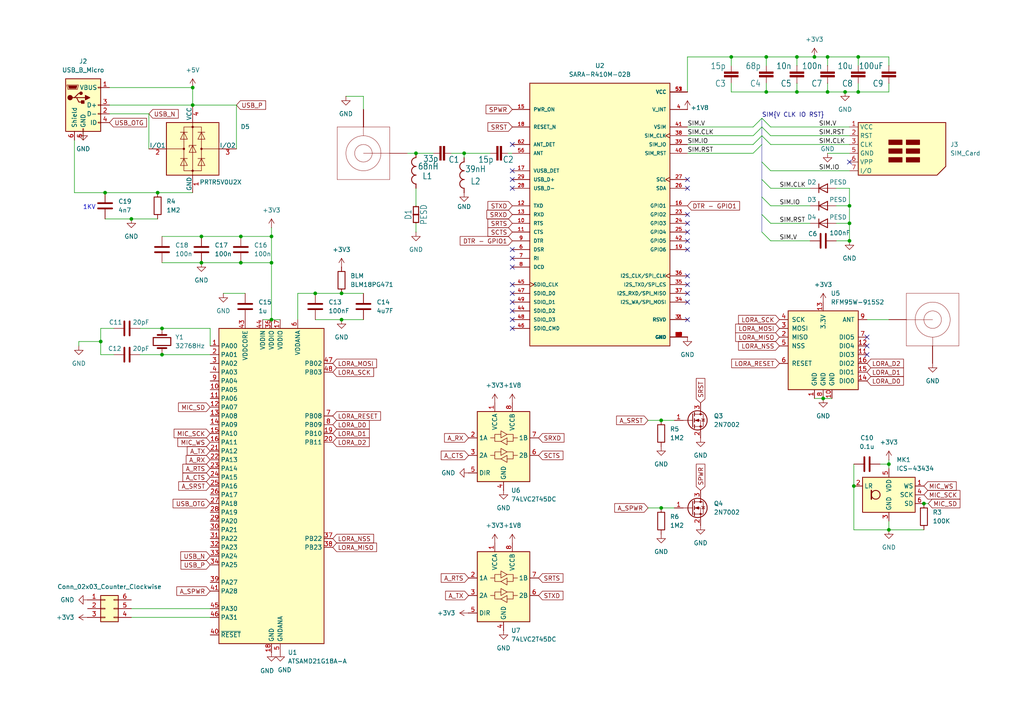
<source format=kicad_sch>
(kicad_sch (version 20231120) (generator "eeschema") (generator_version "8.0")
  (paper "A4")
  (lib_symbols
    (symbol "Connector:SIM_Card"
      (property "Reference" "J" (at -2.54 12.7 0))
      (property "Value" "SIM_Card" (at -1.27 10.16 0))
      (symbol "SIM_Card_1_1"
        (pin power_in line (at -12.7 7.62 0) (length 2.54) (name "VCC") (number "1"))
        (pin input line (at -12.7 5.08 0) (length 2.54) (name "RST") (number "2"))
        (pin input line (at -12.7 2.54 0) (length 2.54) (name "CLK") (number "3"))
        (pin power_in line (at -12.7 0 0) (length 2.54) (name "GND") (number "5"))
        (pin input line (at -12.7 -2.54 0) (length 2.54) (name "VPP") (number "6"))
        (pin bidirectional line (at -12.7 -5.08 0) (length 2.54) (name "I/O") (number "7"))
      )
    )
    (symbol "Connector:USB_B_Micro" (pin_names (offset 1.016))
      (property "Reference" "J" (at -5.08 11.43 0))
      (property "Value" "USB_B_Micro" (at -5.08 8.89 0))
      (symbol "USB_B_Micro_1_1"
        (pin power_out line (at 7.62 5.08 180) (length 2.54) (name "VBUS") (number "1"))
        (pin bidirectional line (at 7.62 -2.54 180) (length 2.54) (name "D-") (number "2"))
        (pin bidirectional line (at 7.62 0 180) (length 2.54) (name "D+") (number "3"))
        (pin passive line (at 7.62 -5.08 180) (length 2.54) (name "ID") (number "4"))
        (pin power_out line (at 0 -10.16 90) (length 2.54) (name "GND") (number "5"))
        (pin passive line (at -2.54 -10.16 90) (length 2.54) (name "Shield") (number "6"))
      )
    )
    (symbol "Connector_Generic:Conn_02x03_Counter_Clockwise" (pin_names (offset 1.016) hide)
      (property "Reference" "J" (at 1.27 5.08 0))
      (property "Value" "Conn_02x03_Counter_Clockwise" (at 1.27 -5.08 0))
      (symbol "Conn_02x03_Counter_Clockwise_1_1"
        (pin passive line (at -5.08 2.54 0) (length 3.81) (name "Pin_1") (number "1"))
        (pin passive line (at -5.08 0 0) (length 3.81) (name "Pin_2") (number "2"))
        (pin passive line (at -5.08 -2.54 0) (length 3.81) (name "Pin_3") (number "3"))
        (pin passive line (at 7.62 -2.54 180) (length 3.81) (name "Pin_4") (number "4"))
        (pin passive line (at 7.62 0 180) (length 3.81) (name "Pin_5") (number "5"))
        (pin passive line (at 7.62 2.54 180) (length 3.81) (name "Pin_6") (number "6"))
      )
    )
    (symbol "Device:C" (pin_numbers hide) (pin_names (offset 0.254))
      (property "Reference" "C" (at 0.635 2.54 0))
      (property "Value" "C" (at 0.635 -2.54 0))
      (symbol "C_1_1"
        (pin passive line (at 0 3.81 270) (length 2.794) (name "~") (number "1"))
        (pin passive line (at 0 -3.81 90) (length 2.794) (name "~") (number "2"))
      )
    )
    (symbol "Device:Crystal" (pin_numbers hide) (pin_names (offset 1.016) hide)
      (property "Reference" "Y" (at 0 3.81 0))
      (property "Value" "Crystal" (at 0 -3.81 0))
      (symbol "Crystal_1_1"
        (pin passive line (at -3.81 0 0) (length 1.27) (name "1") (number "1"))
        (pin passive line (at 3.81 0 180) (length 1.27) (name "2") (number "2"))
      )
    )
    (symbol "Device:D" (pin_numbers hide) (pin_names (offset 1.016) hide)
      (property "Reference" "D" (at 0 2.54 0))
      (property "Value" "D" (at 0 -2.54 0))
      (symbol "D_1_1"
        (pin passive line (at -3.81 0 0) (length 2.54) (name "K") (number "1"))
        (pin passive line (at 3.81 0 180) (length 2.54) (name "A") (number "2"))
      )
    )
    (symbol "Device:R" (pin_numbers hide) (pin_names (offset 0))
      (property "Reference" "R" (at 2.032 0 90))
      (property "Value" "R" (at 0 0 90))
      (symbol "R_1_1"
        (pin passive line (at 0 3.81 270) (length 1.27) (name "~") (number "1"))
        (pin passive line (at 0 -3.81 90) (length 1.27) (name "~") (number "2"))
      )
    )
    (symbol "Logic_LevelTranslator:74LVC2T45DC"
      (property "Reference" "U" (at 6.35 -11.43 0))
      (property "Value" "74LVC2T45DC" (at 10.16 11.43 0))
      (symbol "74LVC2T45DC_1_1"
        (pin power_in line (at -2.54 12.7 270) (length 2.54) (name "VCCA") (number "1"))
        (pin bidirectional line (at -10.16 2.54 0) (length 2.54) (name "1A") (number "2"))
        (pin bidirectional line (at -10.16 -2.54 0) (length 2.54) (name "2A") (number "3"))
        (pin power_in line (at 0 -12.7 90) (length 2.54) (name "GND") (number "4"))
        (pin input line (at -10.16 -7.62 0) (length 2.54) (name "DIR") (number "5"))
        (pin bidirectional line (at 10.16 -2.54 180) (length 2.54) (name "2B") (number "6"))
        (pin bidirectional line (at 10.16 2.54 180) (length 2.54) (name "1B") (number "7"))
        (pin power_in line (at 2.54 12.7 270) (length 2.54) (name "VCCB") (number "8"))
      )
    )
    (symbol "MCU_Microchip_SAMD:ATSAMD21G18A-A"
      (property "Reference" "U" (at -13.97 46.99 0))
      (property "Value" "ATSAMD21G18A-A" (at 16.51 46.99 0))
      (symbol "ATSAMD21G18A-A_1_1"
        (pin bidirectional line (at -17.78 40.64 0) (length 2.54) (name "PA00") (number "1"))
        (pin bidirectional line (at -17.78 27.94 0) (length 2.54) (name "PA05") (number "10"))
        (pin bidirectional line (at -17.78 25.4 0) (length 2.54) (name "PA06") (number "11"))
        (pin bidirectional line (at -17.78 22.86 0) (length 2.54) (name "PA07") (number "12"))
        (pin bidirectional line (at -17.78 20.32 0) (length 2.54) (name "PA08") (number "13"))
        (pin bidirectional line (at -17.78 17.78 0) (length 2.54) (name "PA09") (number "14"))
        (pin bidirectional line (at -17.78 15.24 0) (length 2.54) (name "PA10") (number "15"))
        (pin bidirectional line (at -17.78 12.7 0) (length 2.54) (name "PA11") (number "16"))
        (pin power_in line (at 2.54 48.26 270) (length 2.54) (name "VDDIO") (number "17"))
        (pin power_in line (at 0 -48.26 90) (length 2.54) (name "GND") (number "18"))
        (pin bidirectional line (at 17.78 15.24 180) (length 2.54) (name "PB10") (number "19"))
        (pin bidirectional line (at -17.78 38.1 0) (length 2.54) (name "PA01") (number "2"))
        (pin bidirectional line (at 17.78 12.7 180) (length 2.54) (name "PB11") (number "20"))
        (pin bidirectional line (at -17.78 10.16 0) (length 2.54) (name "PA12") (number "21"))
        (pin bidirectional line (at -17.78 7.62 0) (length 2.54) (name "PA13") (number "22"))
        (pin bidirectional line (at -17.78 5.08 0) (length 2.54) (name "PA14") (number "23"))
        (pin bidirectional line (at -17.78 2.54 0) (length 2.54) (name "PA15") (number "24"))
        (pin bidirectional line (at -17.78 0 0) (length 2.54) (name "PA16") (number "25"))
        (pin bidirectional line (at -17.78 -2.54 0) (length 2.54) (name "PA17") (number "26"))
        (pin bidirectional line (at -17.78 -5.08 0) (length 2.54) (name "PA18") (number "27"))
        (pin bidirectional line (at -17.78 -7.62 0) (length 2.54) (name "PA19") (number "28"))
        (pin bidirectional line (at -17.78 -10.16 0) (length 2.54) (name "PA20") (number "29"))
        (pin bidirectional line (at -17.78 35.56 0) (length 2.54) (name "PA02") (number "3"))
        (pin bidirectional line (at -17.78 -12.7 0) (length 2.54) (name "PA21") (number "30"))
        (pin bidirectional line (at -17.78 -15.24 0) (length 2.54) (name "PA22") (number "31"))
        (pin bidirectional line (at -17.78 -17.78 0) (length 2.54) (name "PA23") (number "32"))
        (pin bidirectional line (at -17.78 -20.32 0) (length 2.54) (name "PA24") (number "33"))
        (pin bidirectional line (at -17.78 -22.86 0) (length 2.54) (name "PA25") (number "34"))
        (pin passive line (at 0 -48.26 90) (length 2.54) hide (name "GND") (number "35"))
        (pin power_in line (at 0 48.26 270) (length 2.54) (name "VDDIO") (number "36"))
        (pin bidirectional line (at 17.78 -15.24 180) (length 2.54) (name "PB22") (number "37"))
        (pin bidirectional line (at 17.78 -17.78 180) (length 2.54) (name "PB23") (number "38"))
        (pin bidirectional line (at -17.78 -27.94 0) (length 2.54) (name "PA27") (number "39"))
        (pin bidirectional line (at -17.78 33.02 0) (length 2.54) (name "PA03") (number "4"))
        (pin input line (at -17.78 -43.18 0) (length 2.54) (name "~{RESET}") (number "40"))
        (pin bidirectional line (at -17.78 -30.48 0) (length 2.54) (name "PA28") (number "41"))
        (pin passive line (at 0 -48.26 90) (length 2.54) hide (name "GND") (number "42"))
        (pin power_out line (at -7.62 48.26 270) (length 2.54) (name "VDDCORE") (number "43"))
        (pin power_in line (at -2.54 48.26 270) (length 2.54) (name "VDDIN") (number "44"))
        (pin bidirectional line (at -17.78 -35.56 0) (length 2.54) (name "PA30") (number "45"))
        (pin bidirectional line (at -17.78 -38.1 0) (length 2.54) (name "PA31") (number "46"))
        (pin bidirectional line (at 17.78 35.56 180) (length 2.54) (name "PB02") (number "47"))
        (pin bidirectional line (at 17.78 33.02 180) (length 2.54) (name "PB03") (number "48"))
        (pin power_in line (at 2.54 -48.26 90) (length 2.54) (name "GNDANA") (number "5"))
        (pin power_in line (at 7.62 48.26 270) (length 2.54) (name "VDDANA") (number "6"))
        (pin bidirectional line (at 17.78 20.32 180) (length 2.54) (name "PB08") (number "7"))
        (pin bidirectional line (at 17.78 17.78 180) (length 2.54) (name "PB09") (number "8"))
        (pin bidirectional line (at -17.78 30.48 0) (length 2.54) (name "PA04") (number "9"))
      )
    )
    (symbol "Power_Protection:PRTR5V0U2X" (pin_names (offset 0))
      (property "Reference" "D" (at 2.794 8.636 0))
      (property "Value" "PRTR5V0U2X" (at 8.128 -9.398 0))
      (symbol "PRTR5V0U2X_1_1"
        (pin passive line (at 0 -12.7 90) (length 5.08) (name "GND") (number "1"))
        (pin passive line (at -12.7 0 0) (length 5.08) (name "I/O1") (number "2"))
        (pin passive line (at 12.7 0 180) (length 5.08) (name "I/O2") (number "3"))
        (pin passive line (at 0 12.7 270) (length 5.08) (name "VCC") (number "4"))
      )
    )
    (symbol "RF_Module:RFM95W-915S2" (pin_names (offset 1.016))
      (property "Reference" "U" (at -10.414 11.684 0))
      (property "Value" "RFM95W-915S2" (at 1.524 11.43 0))
      (symbol "RFM95W-915S2_1_1"
        (pin power_in line (at -2.54 -15.24 90) (length 2.54) (name "GND") (number "1"))
        (pin power_in line (at 2.54 -15.24 90) (length 2.54) (name "GND") (number "10"))
        (pin bidirectional line (at 12.7 -2.54 180) (length 2.54) (name "DIO3") (number "11"))
        (pin bidirectional line (at 12.7 0 180) (length 2.54) (name "DIO4") (number "12"))
        (pin power_in line (at 0 12.7 270) (length 2.54) (name "3.3V") (number "13"))
        (pin bidirectional line (at 12.7 -10.16 180) (length 2.54) (name "DIO0") (number "14"))
        (pin bidirectional line (at 12.7 -7.62 180) (length 2.54) (name "DIO1") (number "15"))
        (pin bidirectional line (at 12.7 -5.08 180) (length 2.54) (name "DIO2") (number "16"))
        (pin output line (at -12.7 2.54 0) (length 2.54) (name "MISO") (number "2"))
        (pin input line (at -12.7 5.08 0) (length 2.54) (name "MOSI") (number "3"))
        (pin input line (at -12.7 7.62 0) (length 2.54) (name "SCK") (number "4"))
        (pin input line (at -12.7 0 0) (length 2.54) (name "NSS") (number "5"))
        (pin bidirectional line (at -12.7 -5.08 0) (length 2.54) (name "RESET") (number "6"))
        (pin bidirectional line (at 12.7 2.54 180) (length 2.54) (name "DIO5") (number "7"))
        (pin power_in line (at 0 -15.24 90) (length 2.54) (name "GND") (number "8"))
        (pin bidirectional line (at 12.7 7.62 180) (length 2.54) (name "ANT") (number "9"))
      )
    )
    (symbol "SARA-R410M-02B:SARA-R410M-02B" (pin_names (offset 1.016))
      (property "Reference" "U" (at -20.32 38.735 0))
      (property "Value" "SARA-R410M-02B" (at -20.32 -41.275 0))
      (symbol "SARA-R410M-02B_0_0"
        (pin power_in line (at 25.4 -35.56 180) (length 5.08) (name "GND") (number "1"))
        (pin input line (at -25.4 -2.54 0) (length 5.08) (name "RTS") (number "10"))
        (pin output line (at -25.4 -5.08 0) (length 5.08) (name "CTS") (number "11"))
        (pin input line (at -25.4 2.54 0) (length 5.08) (name "TXD") (number "12"))
        (pin output line (at -25.4 0 0) (length 5.08) (name "RXD") (number "13"))
        (pin power_in line (at 25.4 -35.56 180) (length 5.08) (name "GND") (number "14"))
        (pin input line (at -25.4 30.48 0) (length 5.08) (name "PWR_ON") (number "15"))
        (pin bidirectional line (at 25.4 2.54 180) (length 5.08) (name "GPIO1") (number "16"))
        (pin input line (at -25.4 12.7 0) (length 5.08) (name "VUSB_DET") (number "17"))
        (pin input line (at -25.4 25.4 0) (length 5.08) (name "RESET_N") (number "18"))
        (pin bidirectional line (at 25.4 -10.16 180) (length 5.08) (name "GPIO6") (number "19"))
        (pin passive line (at 25.4 -30.48 180) (length 5.08) (name "RSVD") (number "2"))
        (pin power_in line (at 25.4 -35.56 180) (length 5.08) (name "GND") (number "20"))
        (pin power_in line (at 25.4 -35.56 180) (length 5.08) (name "GND") (number "21"))
        (pin power_in line (at 25.4 -35.56 180) (length 5.08) (name "GND") (number "22"))
        (pin bidirectional line (at 25.4 0 180) (length 5.08) (name "GPIO2") (number "23"))
        (pin bidirectional line (at 25.4 -2.54 180) (length 5.08) (name "GPIO3") (number "24"))
        (pin bidirectional line (at 25.4 -5.08 180) (length 5.08) (name "GPIO4") (number "25"))
        (pin bidirectional line (at 25.4 7.62 180) (length 5.08) (name "SDA") (number "26"))
        (pin output clock (at 25.4 10.16 180) (length 5.08) (name "SCL") (number "27"))
        (pin bidirectional line (at -25.4 7.62 0) (length 5.08) (name "USB_D-") (number "28"))
        (pin bidirectional line (at -25.4 10.16 0) (length 5.08) (name "USB_D+") (number "29"))
        (pin power_in line (at 25.4 -35.56 180) (length 5.08) (name "GND") (number "3"))
        (pin power_in line (at 25.4 -35.56 180) (length 5.08) (name "GND") (number "30"))
        (pin passive line (at 25.4 -30.48 180) (length 5.08) (name "RSVD") (number "31"))
        (pin power_in line (at 25.4 -35.56 180) (length 5.08) (name "GND") (number "32"))
        (pin power_in line (at 25.4 -35.56 180) (length 5.08) (name "GND") (number "33"))
        (pin output line (at 25.4 -25.4 180) (length 5.08) (name "I2S_WA/SPI_MOSI") (number "34"))
        (pin output line (at 25.4 -20.32 180) (length 5.08) (name "I2S_TXD/SPI_CS") (number "35"))
        (pin output clock (at 25.4 -17.78 180) (length 5.08) (name "I2S_CLK/SPI_CLK") (number "36"))
        (pin input line (at 25.4 -22.86 180) (length 5.08) (name "I2S_RXD/SPI_MISO") (number "37"))
        (pin output clock (at 25.4 22.86 180) (length 5.08) (name "SIM_CLK") (number "38"))
        (pin bidirectional line (at 25.4 20.32 180) (length 5.08) (name "SIM_IO") (number "39"))
        (pin output line (at 25.4 30.48 180) (length 5.08) (name "V_INT") (number "4"))
        (pin output line (at 25.4 17.78 180) (length 5.08) (name "SIM_RST") (number "40"))
        (pin output line (at 25.4 25.4 180) (length 5.08) (name "VSIM") (number "41"))
        (pin bidirectional line (at 25.4 -7.62 180) (length 5.08) (name "GPIO5") (number "42"))
        (pin power_in line (at 25.4 -35.56 180) (length 5.08) (name "GND") (number "43"))
        (pin bidirectional line (at -25.4 -27.94 0) (length 5.08) (name "SDIO_D2") (number "44"))
        (pin output clock (at -25.4 -20.32 0) (length 5.08) (name "SDIO_CLK") (number "45"))
        (pin bidirectional line (at -25.4 -33.02 0) (length 5.08) (name "SDIO_CMD") (number "46"))
        (pin bidirectional line (at -25.4 -22.86 0) (length 5.08) (name "SDIO_D0") (number "47"))
        (pin bidirectional line (at -25.4 -30.48 0) (length 5.08) (name "SDIO_D3") (number "48"))
        (pin bidirectional line (at -25.4 -25.4 0) (length 5.08) (name "SDIO_D1") (number "49"))
        (pin power_in line (at 25.4 -35.56 180) (length 5.08) (name "GND") (number "5"))
        (pin power_in line (at 25.4 -35.56 180) (length 5.08) (name "GND") (number "50"))
        (pin power_in line (at 25.4 35.56 180) (length 5.08) (name "VCC") (number "51"))
        (pin power_in line (at 25.4 35.56 180) (length 5.08) (name "VCC") (number "52"))
        (pin power_in line (at 25.4 35.56 180) (length 5.08) (name "VCC") (number "53"))
        (pin power_in line (at 25.4 -35.56 180) (length 5.08) (name "GND") (number "54"))
        (pin power_in line (at 25.4 -35.56 180) (length 5.08) (name "GND") (number "55"))
        (pin bidirectional line (at -25.4 17.78 0) (length 5.08) (name "ANT") (number "56"))
        (pin power_in line (at 25.4 -35.56 180) (length 5.08) (name "GND") (number "57"))
        (pin power_in line (at 25.4 -35.56 180) (length 5.08) (name "GND") (number "58"))
        (pin power_in line (at 25.4 -35.56 180) (length 5.08) (name "GND") (number "59"))
        (pin output line (at -25.4 -10.16 0) (length 5.08) (name "DSR") (number "6"))
        (pin power_in line (at 25.4 -35.56 180) (length 5.08) (name "GND") (number "60"))
        (pin power_in line (at 25.4 -35.56 180) (length 5.08) (name "GND") (number "61"))
        (pin input line (at -25.4 20.32 0) (length 5.08) (name "ANT_DET") (number "62"))
        (pin power_in line (at 25.4 -35.56 180) (length 5.08) (name "GND") (number "63"))
        (pin power_in line (at 25.4 -35.56 180) (length 5.08) (name "GND") (number "64"))
        (pin power_in line (at 25.4 -35.56 180) (length 5.08) (name "GND") (number "65"))
        (pin power_in line (at 25.4 -35.56 180) (length 5.08) (name "GND") (number "66"))
        (pin power_in line (at 25.4 -35.56 180) (length 5.08) (name "GND") (number "67"))
        (pin power_in line (at 25.4 -35.56 180) (length 5.08) (name "GND") (number "68"))
        (pin power_in line (at 25.4 -35.56 180) (length 5.08) (name "GND") (number "69"))
        (pin output line (at -25.4 -12.7 0) (length 5.08) (name "RI") (number "7"))
        (pin power_in line (at 25.4 -35.56 180) (length 5.08) (name "GND") (number "70"))
        (pin power_in line (at 25.4 -35.56 180) (length 5.08) (name "GND") (number "71"))
        (pin power_in line (at 25.4 -35.56 180) (length 5.08) (name "GND") (number "72"))
        (pin power_in line (at 25.4 -35.56 180) (length 5.08) (name "GND") (number "73"))
        (pin power_in line (at 25.4 -35.56 180) (length 5.08) (name "GND") (number "74"))
        (pin power_in line (at 25.4 -35.56 180) (length 5.08) (name "GND") (number "75"))
        (pin power_in line (at 25.4 -35.56 180) (length 5.08) (name "GND") (number "76"))
        (pin power_in line (at 25.4 -35.56 180) (length 5.08) (name "GND") (number "77"))
        (pin power_in line (at 25.4 -35.56 180) (length 5.08) (name "GND") (number "78"))
        (pin power_in line (at 25.4 -35.56 180) (length 5.08) (name "GND") (number "79"))
        (pin output line (at -25.4 -15.24 0) (length 5.08) (name "DCD") (number "8"))
        (pin power_in line (at 25.4 -35.56 180) (length 5.08) (name "GND") (number "80"))
        (pin power_in line (at 25.4 -35.56 180) (length 5.08) (name "GND") (number "81"))
        (pin power_in line (at 25.4 -35.56 180) (length 5.08) (name "GND") (number "82"))
        (pin power_in line (at 25.4 -35.56 180) (length 5.08) (name "GND") (number "83"))
        (pin power_in line (at 25.4 -35.56 180) (length 5.08) (name "GND") (number "84"))
        (pin power_in line (at 25.4 -35.56 180) (length 5.08) (name "GND") (number "85"))
        (pin power_in line (at 25.4 -35.56 180) (length 5.08) (name "GND") (number "86"))
        (pin power_in line (at 25.4 -35.56 180) (length 5.08) (name "GND") (number "87"))
        (pin power_in line (at 25.4 -35.56 180) (length 5.08) (name "GND") (number "88"))
        (pin power_in line (at 25.4 -35.56 180) (length 5.08) (name "GND") (number "89"))
        (pin input line (at -25.4 -7.62 0) (length 5.08) (name "DTR") (number "9"))
        (pin power_in line (at 25.4 -35.56 180) (length 5.08) (name "GND") (number "90"))
        (pin power_in line (at 25.4 -35.56 180) (length 5.08) (name "GND") (number "91"))
        (pin power_in line (at 25.4 -35.56 180) (length 5.08) (name "GND") (number "92"))
        (pin power_in line (at 25.4 -35.56 180) (length 5.08) (name "GND") (number "93"))
        (pin power_in line (at 25.4 -35.56 180) (length 5.08) (name "GND") (number "94"))
        (pin power_in line (at 25.4 -35.56 180) (length 5.08) (name "GND") (number "95"))
        (pin power_in line (at 25.4 -35.56 180) (length 5.08) (name "GND") (number "96"))
      )
    )
    (symbol "Sensor_Audio:ICS-43434"
      (property "Reference" "MK" (at -7.62 6.35 0))
      (property "Value" "ICS-43434" (at 1.27 6.35 0))
      (symbol "ICS-43434_1_1"
        (pin input line (at 10.16 2.54 180) (length 2.54) (name "WS") (number "1"))
        (pin input line (at -10.16 2.54 0) (length 2.54) (name "LR") (number "2"))
        (pin power_in line (at 0 -7.62 90) (length 2.54) (name "GND") (number "3"))
        (pin input line (at 10.16 0 180) (length 2.54) (name "SCK") (number "4"))
        (pin power_in line (at 0 7.62 270) (length 2.54) (name "VDD") (number "5"))
        (pin output line (at 10.16 -2.54 180) (length 2.54) (name "SD") (number "6"))
      )
    )
    (symbol "Transistor_FET:2N7002" (pin_names hide)
      (property "Reference" "Q" (at 5.08 1.905 0))
      (property "Value" "2N7002" (at 5.08 0 0))
      (symbol "2N7002_1_1"
        (pin input line (at -5.08 0 0) (length 2.54) (name "G") (number "1"))
        (pin passive line (at 2.54 -5.08 90) (length 2.54) (name "S") (number "2"))
        (pin passive line (at 2.54 5.08 270) (length 2.54) (name "D") (number "3"))
      )
    )
    (symbol "kicad nb1500-eagle-import:C-0402"
      (property "Reference" "C" (at 1.524 1.651 0))
      (symbol "C-0402_1_0"
        (pin passive line (at 0 2.54 270) (length 0) (name "1") (number "1"))
        (pin passive line (at 0 -2.54 90) (length 0) (name "2") (number "2"))
      )
    )
    (symbol "kicad nb1500-eagle-import:C-0603"
      (property "Reference" "C" (at 1.524 1.651 0))
      (symbol "C-0603_1_0"
        (pin passive line (at 0 2.54 270) (length 0) (name "1") (number "1"))
        (pin passive line (at 0 -2.54 90) (length 0) (name "2") (number "2"))
      )
    )
    (symbol "kicad nb1500-eagle-import:C-1206"
      (property "Reference" "C" (at 1.524 1.651 0))
      (symbol "C-1206_1_0"
        (pin passive line (at 0 2.54 270) (length 0) (name "1") (number "1"))
        (pin passive line (at 0 -2.54 90) (length 0) (name "2") (number "2"))
      )
    )
    (symbol "kicad nb1500-eagle-import:L-0402"
      (property "Reference" "L" (at 0 2.54 0))
      (symbol "L-0402_1_0"
        (pin passive line (at -5.08 0 0) (length 0) (name "1") (number "1"))
        (pin passive line (at 5.08 0 180) (length 0) (name "2") (number "2"))
      )
    )
    (symbol "kicad nb1500-eagle-import:PESD"
      (property "Reference" "D" (at 0 1.27 0))
      (symbol "PESD_1_0"
        (pin passive line (at -2.54 0 0) (length 0) (name "1") (number "1"))
        (pin passive line (at 2.54 0 180) (length 0) (name "2") (number "2"))
      )
    )
    (symbol "kicad nb1500-eagle-import:UFL"
      (symbol "UFL_1_0"
        (pin bidirectional line (at 0 -12.7 90) (length 5.08) (name "GND") (number "GND1"))
        (pin bidirectional line (at 0 -12.7 90) (length 5.08) (name "GND") (number "GND2"))
        (pin bidirectional line (at -12.7 0 0) (length 5.08) (name "SIG") (number "SIG"))
      )
    )
    (symbol "power:+1V8" (power) (pin_numbers hide) (pin_names (offset 0) hide)
      (property "Value" "+1V8" (at 0 3.556 0))
      (symbol "+1V8_1_1"
        (pin power_in line (at 0 0 90) (length 0) (name "~") (number "1"))
      )
    )
    (symbol "power:+3V3" (power) (pin_numbers hide) (pin_names (offset 0) hide)
      (property "Value" "+3V3" (at 0 3.556 0))
      (symbol "+3V3_1_1"
        (pin power_in line (at 0 0 90) (length 0) (name "~") (number "1"))
      )
    )
    (symbol "power:+5V" (power) (pin_numbers hide) (pin_names (offset 0) hide)
      (property "Value" "+5V" (at 0 3.556 0))
      (symbol "+5V_1_1"
        (pin power_in line (at 0 0 90) (length 0) (name "~") (number "1"))
      )
    )
    (symbol "power:GND" (power) (pin_numbers hide) (pin_names (offset 0) hide)
      (property "Value" "GND" (at 0 -3.81 0))
      (symbol "GND_1_1"
        (pin power_in line (at 0 0 270) (length 0) (name "~") (number "1"))
      )
    )
  )
  (junction (at 246.38 59.69))
  (junction (at 246.38 64.77))
  (junction (at 30.48 55.88))
  (junction (at 247.65 140.97))
  (junction (at 240.03 26.67))
  (junction (at 58.42 68.58))
  (junction (at 212.09 16.51))
  (junction (at 191.77 121.92))
  (junction (at 46.99 102.87))
  (junction (at 257.81 153.67))
  (junction (at 248.92 26.67))
  (junction (at 222.25 26.67))
  (junction (at 69.85 76.2))
  (junction (at 222.25 16.51))
  (junction (at 78.74 92.71))
  (junction (at 78.74 68.58))
  (junction (at 267.97 146.05))
  (junction (at 91.44 85.09))
  (junction (at 191.77 147.32))
  (junction (at 238.76 115.57))
  (junction (at 46.99 95.25))
  (junction (at 248.92 16.51))
  (junction (at 58.42 76.2))
  (junction (at 257.81 134.62))
  (junction (at 55.88 25.4))
  (junction (at 69.85 68.58))
  (junction (at 38.1 63.5))
  (junction (at 99.06 85.09))
  (junction (at 45.72 55.88))
  (junction (at 240.03 16.51))
  (junction (at 134.62 44.45))
  (junction (at 231.14 16.51))
  (junction (at 55.88 30.48))
  (junction (at 236.22 16.51))
  (junction (at 120.65 44.45))
  (junction (at 246.38 69.85))
  (junction (at 78.74 76.2))
  (junction (at 231.14 26.67))
  (junction (at 245.11 26.67))
  (junction (at 99.06 92.71))
  (junction (at 29.21 99.06))
  (no_connect (at 148.59 41.91))
  (no_connect (at 199.39 69.85))
  (no_connect (at 199.39 54.61))
  (no_connect (at 199.39 87.63))
  (no_connect (at 148.59 72.39))
  (no_connect (at 199.39 72.39))
  (no_connect (at 199.39 64.77))
  (no_connect (at 199.39 82.55))
  (no_connect (at 148.59 74.93))
  (no_connect (at 148.59 54.61))
  (no_connect (at 199.39 80.01))
  (no_connect (at 199.39 62.23))
  (no_connect (at 148.59 92.71))
  (no_connect (at 148.59 90.17))
  (no_connect (at 148.59 49.53))
  (no_connect (at 148.59 87.63))
  (no_connect (at 148.59 77.47))
  (no_connect (at 148.59 85.09))
  (no_connect (at 199.39 85.09))
  (no_connect (at 199.39 67.31))
  (no_connect (at 148.59 52.07))
  (no_connect (at 246.38 46.99))
  (no_connect (at 199.39 52.07))
  (no_connect (at 148.59 95.25))
  (no_connect (at 251.46 97.79))
  (no_connect (at 251.46 102.87))
  (no_connect (at 251.46 100.33))
  (no_connect (at 148.59 82.55))
  (no_connect (at 199.39 92.71))
  (bus_entry (at 220.98 57.15) (size 2.54 2.54))
  (bus_entry (at 220.98 36.83) (size 2.54 2.54))
  (bus_entry (at 220.98 39.37) (size -2.54 2.54))
  (bus_entry (at 220.98 52.07) (size 2.54 2.54))
  (bus_entry (at 220.98 36.83) (size -2.54 2.54))
  (bus_entry (at 220.98 67.31) (size 2.54 2.54))
  (bus_entry (at 220.98 46.99) (size 2.54 2.54))
  (bus_entry (at 220.98 34.29) (size 2.54 2.54))
  (bus_entry (at 220.98 62.23) (size 2.54 2.54))
  (bus_entry (at 220.98 41.91) (size -2.54 2.54))
  (bus_entry (at 220.98 34.29) (size -2.54 2.54))
  (bus_entry (at 220.98 39.37) (size 2.54 2.54))
  (wire (pts (xy 60.96 100.33) (xy 60.96 95.25)))
  (wire (pts (xy 78.74 92.71) (xy 81.28 92.71)))
  (bus (pts (xy 220.98 41.91) (xy 220.98 46.99)) (stroke (width 0.1016)))
  (wire (pts (xy 120.65 67.31) (xy 120.65 64.77)) (stroke (width 0.1524)))
  (wire (pts (xy 222.25 16.51) (xy 212.09 16.51)))
  (wire (pts (xy 223.52 69.85) (xy 234.95 69.85)))
  (bus (pts (xy 220.98 34.29) (xy 220.98 36.83)) (stroke (width 0.1016)))
  (wire (pts (xy 78.74 76.2) (xy 78.74 92.71)))
  (wire (pts (xy 91.44 92.71) (xy 99.06 92.71)))
  (bus (pts (xy 220.98 39.37) (xy 220.98 41.91)) (stroke (width 0.1016)))
  (wire (pts (xy 46.99 76.2) (xy 58.42 76.2)))
  (wire (pts (xy 125.73 44.45) (xy 120.65 44.45)) (stroke (width 0.1524)))
  (wire (pts (xy 236.22 16.51) (xy 240.03 16.51)))
  (wire (pts (xy 242.57 64.77) (xy 246.38 64.77)))
  (wire (pts (xy 69.85 68.58) (xy 78.74 68.58)))
  (wire (pts (xy 38.1 179.07) (xy 60.96 179.07)))
  (wire (pts (xy 248.92 26.67) (xy 248.92 24.13)))
  (wire (pts (xy 247.65 140.97) (xy 247.65 153.67)))
  (wire (pts (xy 257.81 151.13) (xy 257.81 153.67)))
  (wire (pts (xy 99.06 92.71) (xy 105.41 92.71)))
  (wire (pts (xy 257.81 19.05) (xy 257.81 16.51)))
  (wire (pts (xy 130.81 44.45) (xy 134.62 44.45)) (stroke (width 0.1524)))
  (wire (pts (xy 246.38 64.77) (xy 246.38 69.85)))
  (wire (pts (xy 257.81 153.67) (xy 267.97 153.67)))
  (wire (pts (xy 64.77 85.09) (xy 71.12 85.09)))
  (wire (pts (xy 76.2 92.71) (xy 78.74 92.71)))
  (wire (pts (xy 191.77 121.92) (xy 195.58 121.92)))
  (wire (pts (xy 46.99 102.87) (xy 60.96 102.87)))
  (wire (pts (xy 222.25 26.67) (xy 222.25 24.13)))
  (wire (pts (xy 223.52 41.91) (xy 246.38 41.91)))
  (wire (pts (xy 212.09 16.51) (xy 212.09 19.05)))
  (wire (pts (xy 29.21 95.25) (xy 33.02 95.25)))
  (wire (pts (xy 40.64 102.87) (xy 46.99 102.87)))
  (bus (pts (xy 220.98 46.99) (xy 220.98 52.07)) (stroke (width 0.1016)))
  (wire (pts (xy 223.52 54.61) (xy 234.95 54.61)))
  (wire (pts (xy 99.06 85.09) (xy 105.41 85.09)))
  (wire (pts (xy 58.42 76.2) (xy 69.85 76.2)))
  (wire (pts (xy 31.75 33.02) (xy 43.18 33.02)))
  (wire (pts (xy 222.25 19.05) (xy 222.25 16.51)))
  (wire (pts (xy 147.32 44.45) (xy 148.59 44.45)))
  (wire (pts (xy 248.92 26.67) (xy 257.81 26.67)))
  (wire (pts (xy 30.48 63.5) (xy 38.1 63.5)))
  (wire (pts (xy 31.75 30.48) (xy 55.88 30.48)))
  (wire (pts (xy 33.02 102.87) (xy 29.21 102.87)))
  (wire (pts (xy 199.39 39.37) (xy 218.44 39.37)))
  (wire (pts (xy 38.1 176.53) (xy 60.96 176.53)))
  (wire (pts (xy 222.25 16.51) (xy 231.14 16.51)))
  (wire (pts (xy 240.03 26.67) (xy 245.11 26.67)))
  (wire (pts (xy 22.86 100.33) (xy 22.86 99.06)))
  (wire (pts (xy 68.58 30.48) (xy 68.58 43.18)))
  (wire (pts (xy 247.65 134.62) (xy 247.65 140.97)))
  (wire (pts (xy 231.14 26.67) (xy 240.03 26.67)))
  (wire (pts (xy 120.65 59.69) (xy 120.65 54.61)) (stroke (width 0.1524)))
  (wire (pts (xy 248.92 19.05) (xy 248.92 16.51)))
  (wire (pts (xy 100.33 27.94) (xy 105.41 27.94)))
  (wire (pts (xy 134.62 45.72) (xy 134.62 44.45)) (stroke (width 0.1524)))
  (wire (pts (xy 257.81 92.71) (xy 251.46 92.71)))
  (wire (pts (xy 78.74 66.04) (xy 78.74 68.58)))
  (wire (pts (xy 245.11 26.67) (xy 248.92 26.67)))
  (wire (pts (xy 267.97 146.05) (xy 269.24 146.05)))
  (wire (pts (xy 55.88 55.88) (xy 45.72 55.88)))
  (wire (pts (xy 257.81 26.67) (xy 257.81 24.13)))
  (wire (pts (xy 43.18 33.02) (xy 43.18 43.18)))
  (wire (pts (xy 55.88 25.4) (xy 55.88 30.48)))
  (wire (pts (xy 242.57 54.61) (xy 246.38 54.61)))
  (bus (pts (xy 220.98 62.23) (xy 220.98 67.31)) (stroke (width 0.1016)))
  (wire (pts (xy 231.14 16.51) (xy 236.22 16.51)))
  (wire (pts (xy 246.38 54.61) (xy 246.38 59.69)))
  (wire (pts (xy 248.92 16.51) (xy 240.03 16.51)))
  (wire (pts (xy 40.64 95.25) (xy 46.99 95.25)))
  (wire (pts (xy 199.39 41.91) (xy 218.44 41.91)))
  (wire (pts (xy 240.03 19.05) (xy 240.03 16.51)))
  (wire (pts (xy 223.52 49.53) (xy 246.38 49.53)))
  (wire (pts (xy 55.88 30.48) (xy 68.58 30.48)))
  (wire (pts (xy 199.39 26.67) (xy 199.39 16.51)))
  (wire (pts (xy 91.44 85.09) (xy 99.06 85.09)))
  (wire (pts (xy 69.85 76.2) (xy 78.74 76.2)))
  (wire (pts (xy 191.77 147.32) (xy 195.58 147.32)))
  (wire (pts (xy 21.59 40.64) (xy 21.59 55.88)))
  (wire (pts (xy 29.21 99.06) (xy 29.21 95.25)))
  (wire (pts (xy 120.65 44.45) (xy 118.11 44.45)) (stroke (width 0.1524)))
  (wire (pts (xy 240.03 26.67) (xy 240.03 24.13)))
  (wire (pts (xy 212.09 26.67) (xy 212.09 24.13)))
  (wire (pts (xy 222.25 26.67) (xy 231.14 26.67)))
  (wire (pts (xy 242.57 59.69) (xy 246.38 59.69)))
  (wire (pts (xy 246.38 59.69) (xy 246.38 64.77)))
  (wire (pts (xy 46.99 68.58) (xy 58.42 68.58)))
  (wire (pts (xy 236.22 115.57) (xy 238.76 115.57)))
  (wire (pts (xy 255.27 134.62) (xy 257.81 134.62)))
  (wire (pts (xy 212.09 26.67) (xy 222.25 26.67)))
  (wire (pts (xy 238.76 115.57) (xy 241.3 115.57)))
  (wire (pts (xy 187.96 147.32) (xy 191.77 147.32)))
  (wire (pts (xy 78.74 68.58) (xy 78.74 76.2)))
  (wire (pts (xy 86.36 92.71) (xy 86.36 85.09)))
  (wire (pts (xy 86.36 85.09) (xy 91.44 85.09)))
  (wire (pts (xy 60.96 95.25) (xy 46.99 95.25)))
  (wire (pts (xy 257.81 134.62) (xy 257.81 135.89)))
  (wire (pts (xy 199.39 16.51) (xy 212.09 16.51)))
  (wire (pts (xy 105.41 27.94) (xy 105.41 31.75)))
  (wire (pts (xy 223.52 59.69) (xy 234.95 59.69)))
  (wire (pts (xy 223.52 39.37) (xy 246.38 39.37)))
  (wire (pts (xy 134.62 44.45) (xy 142.24 44.45)) (stroke (width 0.1524)))
  (bus (pts (xy 220.98 57.15) (xy 220.98 62.23)) (stroke (width 0.1016)))
  (wire (pts (xy 199.39 44.45) (xy 218.44 44.45)))
  (wire (pts (xy 31.75 25.4) (xy 55.88 25.4)))
  (bus (pts (xy 220.98 36.83) (xy 220.98 39.37)) (stroke (width 0.1016)))
  (wire (pts (xy 58.42 68.58) (xy 69.85 68.58)))
  (wire (pts (xy 24.13 40.64) (xy 24.13 38.1)))
  (wire (pts (xy 257.81 133.35) (xy 257.81 134.62)))
  (wire (pts (xy 29.21 102.87) (xy 29.21 99.06)))
  (wire (pts (xy 38.1 63.5) (xy 45.72 63.5)))
  (wire (pts (xy 257.81 16.51) (xy 248.92 16.51)))
  (wire (pts (xy 240.03 44.45) (xy 246.38 44.45)))
  (wire (pts (xy 247.65 153.67) (xy 257.81 153.67)))
  (wire (pts (xy 242.57 69.85) (xy 246.38 69.85)))
  (wire (pts (xy 22.86 99.06) (xy 29.21 99.06)))
  (wire (pts (xy 30.48 55.88) (xy 45.72 55.88)))
  (wire (pts (xy 21.59 55.88) (xy 30.48 55.88)))
  (wire (pts (xy 231.14 26.67) (xy 231.14 24.13)))
  (wire (pts (xy 187.96 121.92) (xy 191.77 121.92)))
  (wire (pts (xy 199.39 36.83) (xy 218.44 36.83)))
  (bus (pts (xy 220.98 52.07) (xy 220.98 57.15)) (stroke (width 0.1016)))
  (wire (pts (xy 231.14 19.05) (xy 231.14 16.51)))
  (wire (pts (xy 223.52 36.83) (xy 246.38 36.83)))
  (wire (pts (xy 223.52 64.77) (xy 234.95 64.77)))
  (text "1KV\n" (at 25.908 60.198 0) (effects (font (size 1.27 1.27))))
  (label "SIM.IO" (at 199.39 41.91 0))
  (label "SIM.V" (at 237.49 36.83 0))
  (label "SIM.V" (at 226.06 69.85 0))
  (label "SIM.CLK" (at 226.06 54.61 0))
  (label "SIM.IO" (at 226.06 59.69 0))
  (label "SIM.V" (at 199.39 36.83 0))
  (label "SIM.IO" (at 237.49 49.53 0))
  (label "SIM.RST" (at 199.39 44.45 0))
  (label "SIM.CLK" (at 199.39 39.37 0))
  (label "SIM.CLK" (at 237.49 41.91 0))
  (label "SIM{V CLK IO RST}" (at 220.98 34.29 0))
  (label "SIM.RST" (at 237.49 39.37 0))
  (label "SIM.RST" (at 226.06 64.77 0))
  (global_label "LORA_RESET" (shape input) (at 226.06 105.41 180) (property "Intersheetrefs" "${INTERSHEET_REFS}" (effects (hide yes))))
  (global_label "SRTS" (shape input) (at 148.59 64.77 180) (property "Intersheetrefs" "${INTERSHEET_REFS}" (effects (hide yes))))
  (global_label "A_SRST" (shape input) (at 187.96 121.92 180) (property "Intersheetrefs" "${INTERSHEET_REFS}" (effects (hide yes))))
  (global_label "STXD" (shape input) (at 156.21 172.72 0) (property "Intersheetrefs" "${INTERSHEET_REFS}" (effects (hide yes))))
  (global_label "SPWR" (shape input) (at 148.59 31.75 180) (property "Intersheetrefs" "${INTERSHEET_REFS}" (effects (hide yes))))
  (global_label "A_CTS" (shape input) (at 135.89 132.08 180) (property "Intersheetrefs" "${INTERSHEET_REFS}" (effects (hide yes))))
  (global_label "LORA_SCK" (shape input) (at 226.06 92.71 180) (property "Intersheetrefs" "${INTERSHEET_REFS}" (effects (hide yes))))
  (global_label "USB_OTG" (shape input) (at 31.75 35.56 0) (property "Intersheetrefs" "${INTERSHEET_REFS}" (effects (hide yes))))
  (global_label "LORA_D2" (shape input) (at 251.46 105.41 0) (property "Intersheetrefs" "${INTERSHEET_REFS}" (effects (hide yes))))
  (global_label "SRST" (shape input) (at 148.59 36.83 180) (property "Intersheetrefs" "${INTERSHEET_REFS}" (effects (hide yes))))
  (global_label "MIC_SD" (shape input) (at 60.96 118.11 180) (property "Intersheetrefs" "${INTERSHEET_REFS}" (effects (hide yes))))
  (global_label "LORA_MISO" (shape input) (at 226.06 97.79 180) (property "Intersheetrefs" "${INTERSHEET_REFS}" (effects (hide yes))))
  (global_label "A_RTS" (shape input) (at 60.96 135.89 180) (property "Intersheetrefs" "${INTERSHEET_REFS}" (effects (hide yes))))
  (global_label "LORA_D2" (shape input) (at 96.52 128.27 0) (property "Intersheetrefs" "${INTERSHEET_REFS}" (effects (hide yes))))
  (global_label "A_RTS" (shape input) (at 135.89 167.64 180) (property "Intersheetrefs" "${INTERSHEET_REFS}" (effects (hide yes))))
  (global_label "USB_P" (shape input) (at 60.96 163.83 180) (property "Intersheetrefs" "${INTERSHEET_REFS}" (effects (hide yes))))
  (global_label "A_TX" (shape input) (at 135.89 172.72 180) (property "Intersheetrefs" "${INTERSHEET_REFS}" (effects (hide yes))))
  (global_label "MIC_SCK" (shape input) (at 267.97 143.51 0) (property "Intersheetrefs" "${INTERSHEET_REFS}" (effects (hide yes))))
  (global_label "LORA_MISO" (shape input) (at 96.52 158.75 0) (property "Intersheetrefs" "${INTERSHEET_REFS}" (effects (hide yes))))
  (global_label "SRST" (shape input) (at 203.2 116.84 90) (property "Intersheetrefs" "${INTERSHEET_REFS}" (effects (hide yes))))
  (global_label "SRXD" (shape input) (at 148.59 62.23 180) (property "Intersheetrefs" "${INTERSHEET_REFS}" (effects (hide yes))))
  (global_label "A_SPWR" (shape input) (at 60.96 171.45 180) (property "Intersheetrefs" "${INTERSHEET_REFS}" (effects (hide yes))))
  (global_label "LORA_RESET" (shape input) (at 96.52 120.65 0) (property "Intersheetrefs" "${INTERSHEET_REFS}" (effects (hide yes))))
  (global_label "A_SPWR" (shape input) (at 187.96 147.32 180) (property "Intersheetrefs" "${INTERSHEET_REFS}" (effects (hide yes))))
  (global_label "USB_N" (shape input) (at 60.96 161.29 180) (property "Intersheetrefs" "${INTERSHEET_REFS}" (effects (hide yes))))
  (global_label "SPWR" (shape input) (at 203.2 142.24 90) (property "Intersheetrefs" "${INTERSHEET_REFS}" (effects (hide yes))))
  (global_label "A_CTS" (shape input) (at 60.96 138.43 180) (property "Intersheetrefs" "${INTERSHEET_REFS}" (effects (hide yes))))
  (global_label "LORA_NSS" (shape input) (at 96.52 156.21 0) (property "Intersheetrefs" "${INTERSHEET_REFS}" (effects (hide yes))))
  (global_label "STXD" (shape input) (at 148.59 59.69 180) (property "Intersheetrefs" "${INTERSHEET_REFS}" (effects (hide yes))))
  (global_label "LORA_D1" (shape input) (at 251.46 107.95 0) (property "Intersheetrefs" "${INTERSHEET_REFS}" (effects (hide yes))))
  (global_label "USB_N" (shape input) (at 43.18 33.02 0) (property "Intersheetrefs" "${INTERSHEET_REFS}" (effects (hide yes))))
  (global_label "LORA_NSS" (shape input) (at 226.06 100.33 180) (property "Intersheetrefs" "${INTERSHEET_REFS}" (effects (hide yes))))
  (global_label "DTR - GPIO1" (shape input) (at 199.39 59.69 0) (property "Intersheetrefs" "${INTERSHEET_REFS}" (effects (hide yes))))
  (global_label "LORA_D0" (shape input) (at 251.46 110.49 0) (property "Intersheetrefs" "${INTERSHEET_REFS}" (effects (hide yes))))
  (global_label "LORA_MOSI" (shape input) (at 226.06 95.25 180) (property "Intersheetrefs" "${INTERSHEET_REFS}" (effects (hide yes))))
  (global_label "USB_OTG" (shape input) (at 60.96 146.05 180) (property "Intersheetrefs" "${INTERSHEET_REFS}" (effects (hide yes))))
  (global_label "SCTS" (shape input) (at 156.21 132.08 0) (property "Intersheetrefs" "${INTERSHEET_REFS}" (effects (hide yes))))
  (global_label "A_SRST" (shape input) (at 60.96 140.97 180) (property "Intersheetrefs" "${INTERSHEET_REFS}" (effects (hide yes))))
  (global_label "SRXD" (shape input) (at 156.21 127 0) (property "Intersheetrefs" "${INTERSHEET_REFS}" (effects (hide yes))))
  (global_label "DTR - GPIO1" (shape input) (at 148.59 69.85 180) (property "Intersheetrefs" "${INTERSHEET_REFS}" (effects (hide yes))))
  (global_label "USB_P" (shape input) (at 68.58 30.48 0) (property "Intersheetrefs" "${INTERSHEET_REFS}" (effects (hide yes))))
  (global_label "SRTS" (shape input) (at 156.21 167.64 0) (property "Intersheetrefs" "${INTERSHEET_REFS}" (effects (hide yes))))
  (global_label "MIC_WS" (shape input) (at 267.97 140.97 0) (property "Intersheetrefs" "${INTERSHEET_REFS}" (effects (hide yes))))
  (global_label "LORA_D1" (shape input) (at 96.52 125.73 0) (property "Intersheetrefs" "${INTERSHEET_REFS}" (effects (hide yes))))
  (global_label "MIC_SCK" (shape input) (at 60.96 125.73 180) (property "Intersheetrefs" "${INTERSHEET_REFS}" (effects (hide yes))))
  (global_label "LORA_MOSI" (shape input) (at 96.52 105.41 0) (property "Intersheetrefs" "${INTERSHEET_REFS}" (effects (hide yes))))
  (global_label "SCTS" (shape input) (at 148.59 67.31 180) (property "Intersheetrefs" "${INTERSHEET_REFS}" (effects (hide yes))))
  (global_label "MIC_WS" (shape input) (at 60.96 128.27 180) (property "Intersheetrefs" "${INTERSHEET_REFS}" (effects (hide yes))))
  (global_label "A_RX" (shape input) (at 60.96 133.35 180) (property "Intersheetrefs" "${INTERSHEET_REFS}" (effects (hide yes))))
  (global_label "MIC_SD" (shape input) (at 269.24 146.05 0) (property "Intersheetrefs" "${INTERSHEET_REFS}" (effects (hide yes))))
  (global_label "A_TX" (shape input) (at 60.96 130.81 180) (property "Intersheetrefs" "${INTERSHEET_REFS}" (effects (hide yes))))
  (global_label "LORA_D0" (shape input) (at 96.52 123.19 0) (property "Intersheetrefs" "${INTERSHEET_REFS}" (effects (hide yes))))
  (global_label "LORA_SCK" (shape input) (at 96.52 107.95 0) (property "Intersheetrefs" "${INTERSHEET_REFS}" (effects (hide yes))))
  (global_label "A_RX" (shape input) (at 135.89 127 180) (property "Intersheetrefs" "${INTERSHEET_REFS}" (effects (hide yes))))
  (symbol (lib_id "power:GND") (at 246.38 69.85 0) (unit 1)
    (property "Reference" "#PWR017" (effects (hide yes)))
    (property "Value" "GND" (at 246.38 74.93 0))
    (property "Description" "Power symbol creates a global label with name \"GND\" , ground" (effects (hide yes)))
  )
  (symbol (lib_id "power:+3V3") (at 99.06 77.47 0) (unit 1)
    (property "Reference" "#PWR031" (effects (hide yes)))
    (property "Value" "+3V3" (at 99.06 72.39 0))
    (property "Description" "Power symbol creates a global label with name \"+3V3\"" (effects (hide yes)))
  )
  (symbol (lib_id "power:GND") (at 245.11 26.67 0) (unit 1)
    (property "Reference" "#PWR016" (effects (hide yes)))
    (property "Value" "GND" (at 245.11 31.75 0))
    (property "Description" "Power symbol creates a global label with name \"GND\" , ground" (effects (hide yes)))
  )
  (symbol (lib_id "power:GND") (at 257.81 153.67 0) (unit 1)
    (property "Reference" "#PWR025" (effects (hide yes)))
    (property "Value" "GND" (at 257.81 158.75 0))
    (property "Description" "Power symbol creates a global label with name \"GND\" , ground" (effects (hide yes)))
  )
  (symbol (lib_id "kicad nb1500-eagle-import:UFL") (at 105.41 44.45 180) (unit 1)
    (property "Reference" "J1" (effects (hide yes)))
    (property "Value" "UFL" (effects (hide yes)))
    (property "Footprint" "kicad nb1500:U.FL-R-SMT-1(60)" (effects (hide yes)))
  )
  (symbol (lib_id "power:GND") (at 38.1 63.5 0) (unit 1)
    (property "Reference" "#PWR036" (effects (hide yes)))
    (property "Value" "GND" (at 38.1 68.58 0))
    (property "Description" "Power symbol creates a global label with name \"GND\" , ground" (effects (hide yes)))
  )
  (symbol (lib_id "Device:C") (at 238.76 69.85 90) (unit 1)
    (property "Reference" "C6" (at 235.712 67.818 90))
    (property "Value" "100nF" (at 243.586 67.564 90))
    (property "Description" "Unpolarized capacitor" (effects (hide yes)))
  )
  (symbol (lib_id "Logic_LevelTranslator:74LVC2T45DC") (at 146.05 170.18 0) (unit 1)
    (property "Reference" "U7" (at 148.2441 182.88 0) (effects (justify left)))
    (property "Value" "74LVC2T45DC" (at 148.2441 185.42 0) (effects (justify left)))
    (property "Footprint" "Package_SO:VSSOP-8_2.3x2mm_P0.5mm" (effects (hide yes)))
    (property "Datasheet" "https://assets.nexperia.com/documents/data-sheet/74LVC_LVCH2T45.pdf" (effects (hide yes)))
    (property "Description" "Dual supply translating transceiver, 3-state, 2-bit, VSSOP-8" (effects (hide yes)))
  )
  (symbol (lib_id "power:+3V3") (at 25.4 179.07 90) (unit 1)
    (property "Reference" "#PWR027" (effects (hide yes)))
    (property "Value" "+3V3" (at 21.59 179.0699 90) (effects (justify left)))
    (property "Description" "Power symbol creates a global label with name \"+3V3\"" (effects (hide yes)))
  )
  (symbol (lib_id "power:GND") (at 240.03 44.45 0) (unit 1)
    (property "Reference" "#PWR015" (effects (hide yes)))
    (property "Value" "GND" (at 240.03 43.18 0))
    (property "Description" "Power symbol creates a global label with name \"GND\" , ground" (effects (hide yes)))
  )
  (symbol (lib_id "kicad nb1500-eagle-import:PESD") (at 120.65 62.23 90) (unit 1)
    (property "Reference" "D1" (at 119.38 62.23 0) (effects (font (size 1.778 1.5113)) (justify bottom)))
    (property "Value" "PESD" (at 121.92 62.23 0) (effects (font (size 1.778 1.5113)) (justify top)))
    (property "Footprint" "kicad nb1500:0402-1005X55N" (effects (hide yes)))
  )
  (symbol (lib_id "Device:Crystal") (at 46.99 99.06 90) (unit 1)
    (property "Reference" "Y1" (at 50.8 97.7899 90) (effects (justify right)))
    (property "Value" "32768Hz" (at 50.8 100.3299 90) (effects (justify right)))
    (property "Description" "Two pin crystal" (effects (hide yes)))
  )
  (symbol (lib_id "Device:C") (at 69.85 72.39 0) (unit 1)
    (property "Reference" "C16" (at 73.66 71.1199 0) (effects (justify left)))
    (property "Value" "100n" (at 73.66 73.6599 0) (effects (justify left)))
    (property "Description" "Unpolarized capacitor" (effects (hide yes)))
  )
  (symbol (lib_id "power:+1V8") (at 199.39 31.75 0) (unit 1)
    (property "Reference" "#PWR012" (effects (hide yes)))
    (property "Value" "+1V8" (at 202.946 31.242 0))
    (property "Description" "Power symbol creates a global label with name \"+1V8\"" (effects (hide yes)))
  )
  (symbol (lib_id "kicad nb1500-eagle-import:C-0402") (at 128.27 44.45 270) (unit 1)
    (property "Reference" "C1" (at 130.048 47.244 90) (effects (font (size 1.778 1.5113)) (justify left bottom)))
    (property "Value" "33p" (at 122.682 46.99 90) (effects (font (size 1.778 1.5113)) (justify left bottom)))
    (property "Footprint" "kicad nb1500:0402-1005X55N" (effects (hide yes)))
  )
  (symbol (lib_id "Device:D") (at 238.76 64.77 0) (unit 1)
    (property "Reference" "D4" (at 235.458 62.992 0))
    (property "Value" "PESD" (at 243.078 62.992 0))
    (property "Description" "Diode" (effects (hide yes)))
    (property "Sim.Device" "D" (effects (hide yes)))
    (property "Sim.Pins" "1=K 2=A" (effects (hide yes)))
  )
  (symbol (lib_id "Device:C") (at 30.48 59.69 0) (unit 1)
    (property "Reference" "C19" (at 34.29 58.4199 0) (effects (justify left)))
    (property "Value" "4n7" (at 34.29 60.9599 0) (effects (justify left)))
    (property "Description" "Unpolarized capacitor" (effects (hide yes)))
  )
  (symbol (lib_id "Device:R") (at 191.77 125.73 0) (unit 1)
    (property "Reference" "R5" (at 194.31 124.4599 0) (effects (justify left)))
    (property "Value" "1M2" (at 194.31 126.9999 0) (effects (justify left)))
    (property "Description" "Resistor" (effects (hide yes)))
  )
  (symbol (lib_id "power:GND") (at 191.77 129.54 0) (unit 1)
    (property "Reference" "#PWR042" (effects (hide yes)))
    (property "Value" "GND" (at 191.77 134.62 0))
    (property "Description" "Power symbol creates a global label with name \"GND\" , ground" (effects (hide yes)))
  )
  (symbol (lib_id "power:GND") (at 135.89 137.16 270) (unit 1)
    (property "Reference" "#PWR040" (effects (hide yes)))
    (property "Value" "GND" (at 132.08 137.1599 90) (effects (justify right)))
    (property "Description" "Power symbol creates a global label with name \"GND\" , ground" (effects (hide yes)))
  )
  (symbol (lib_id "Device:C") (at 58.42 72.39 0) (unit 1)
    (property "Reference" "C17" (at 62.23 71.1199 0) (effects (justify left)))
    (property "Value" "100n" (at 62.23 73.6599 0) (effects (justify left)))
    (property "Description" "Unpolarized capacitor" (effects (hide yes)))
  )
  (symbol (lib_id "kicad nb1500-eagle-import:C-0402") (at 144.78 44.45 270) (unit 1)
    (property "Reference" "C2" (at 145.796 47.244 90) (effects (font (size 1.778 1.5113)) (justify left bottom)))
    (property "Value" "15p" (at 138.684 47.244 90) (effects (font (size 1.778 1.5113)) (justify left bottom)))
    (property "Footprint" "kicad nb1500:0402-1005X55N" (effects (hide yes)))
  )
  (symbol (lib_id "power:GND") (at 134.62 55.88 0) (unit 1)
    (property "Reference" "#PWR03" (effects (hide yes)))
    (property "Value" "GND" (at 136.652 59.944 0) (effects (justify right)))
    (property "Description" "Power symbol creates a global label with name \"GND\" , ground" (effects (hide yes)))
  )
  (symbol (lib_id "Device:C") (at 36.83 102.87 90) (unit 1)
    (property "Reference" "C12" (at 33.274 101.092 90))
    (property "Value" "20pF" (at 40.894 101.092 90))
    (property "Description" "Unpolarized capacitor" (effects (hide yes)))
  )
  (symbol (lib_id "Device:C") (at 36.83 95.25 90) (unit 1)
    (property "Reference" "C11" (at 33.528 93.472 90))
    (property "Value" "20pF" (at 40.894 93.472 90))
    (property "Description" "Unpolarized capacitor" (effects (hide yes)))
  )
  (symbol (lib_id "Device:C") (at 71.12 88.9 0) (unit 1)
    (property "Reference" "C15" (at 74.93 87.6299 0) (effects (justify left)))
    (property "Value" "1u" (at 74.93 90.1699 0) (effects (justify left)))
    (property "Description" "Unpolarized capacitor" (effects (hide yes)))
  )
  (symbol (lib_id "power:GND") (at 203.2 127 0) (unit 1)
    (property "Reference" "#PWR050" (effects (hide yes)))
    (property "Value" "GND" (at 203.2 132.08 0))
    (property "Description" "Power symbol creates a global label with name \"GND\" , ground" (effects (hide yes)))
  )
  (symbol (lib_id "Device:C") (at 91.44 88.9 0) (unit 1)
    (property "Reference" "C13" (at 95.25 87.6299 0) (effects (justify left)))
    (property "Value" "100nF" (at 95.25 90.1699 0) (effects (justify left)))
    (property "Description" "Unpolarized capacitor" (effects (hide yes)))
  )
  (symbol (lib_id "Power_Protection:PRTR5V0U2X") (at 55.88 43.18 0) (unit 1)
    (property "Reference" "D5" (at 71.12 36.7598 0))
    (property "Value" "PRTR5V0U2X" (at 64.008 52.832 0))
    (property "Footprint" "Package_TO_SOT_SMD:SOT-143" (effects (hide yes)))
    (property "Datasheet" "https://assets.nexperia.com/documents/data-sheet/PRTR5V0U2X.pdf" (effects (hide yes)))
    (property "Description" "Ultra low capacitance double rail-to-rail ESD protection diode, SOT-143" (effects (hide yes)))
  )
  (symbol (lib_id "Device:C") (at 251.46 134.62 90) (unit 1)
    (property "Reference" "C10" (at 251.46 127 90))
    (property "Value" "0.1u" (at 251.46 129.54 90))
    (property "Description" "Unpolarized capacitor" (effects (hide yes)))
  )
  (symbol (lib_id "Device:C") (at 105.41 88.9 0) (unit 1)
    (property "Reference" "C14" (at 109.22 87.6299 0) (effects (justify left)))
    (property "Value" "4u7F" (at 109.22 90.1699 0) (effects (justify left)))
    (property "Description" "Unpolarized capacitor" (effects (hide yes)))
  )
  (symbol (lib_id "kicad nb1500-eagle-import:C-0402") (at 240.03 21.59 180) (unit 1)
    (property "Reference" "C7" (at 238.506 23.241 0) (effects (font (size 1.778 1.5113)) (justify left bottom)))
    (property "Value" "100n" (at 238.506 18.161 0) (effects (font (size 1.778 1.5113)) (justify left bottom)))
    (property "Footprint" "kicad nb1500:0402-1005X55N" (effects (hide yes)))
  )
  (symbol (lib_id "power:+3V3") (at 257.81 133.35 0) (unit 1)
    (property "Reference" "#PWR022" (effects (hide yes)))
    (property "Value" "+3V3" (at 257.81 128.27 0))
    (property "Description" "Power symbol creates a global label with name \"+3V3\"" (effects (hide yes)))
  )
  (symbol (lib_id "Sensor_Audio:ICS-43434") (at 257.81 143.51 0) (unit 1)
    (property "Reference" "MK1" (at 260.0041 133.35 0) (effects (justify left)))
    (property "Value" "ICS-43434" (at 260.0041 135.89 0) (effects (justify left)))
    (property "Footprint" "Sensor_Audio:InvenSense_ICS-43434-6_3.5x2.65mm" (effects (hide yes)))
    (property "Datasheet" "https://www.invensense.com/wp-content/uploads/2016/02/DS-000069-ICS-43434-v1.2.pdf" (effects (hide yes)))
    (property "Description" "TDK InvenSense MEMS Microphone, 24-bit I2S, 65 dBA SNR, LGA-6" (effects (hide yes)))
  )
  (symbol (lib_id "power:GND") (at 100.33 27.94 0) (unit 1)
    (property "Reference" "#PWR01" (effects (hide yes)))
    (property "Value" "GND" (at 100.33 33.02 0))
    (property "Description" "Power symbol creates a global label with name \"GND\" , ground" (effects (hide yes)))
  )
  (symbol (lib_id "Device:D") (at 238.76 59.69 0) (unit 1)
    (property "Reference" "D3" (at 235.458 57.912 0))
    (property "Value" "PESD" (at 243.078 57.912 0))
    (property "Description" "Diode" (effects (hide yes)))
    (property "Sim.Device" "D" (effects (hide yes)))
    (property "Sim.Pins" "1=K 2=A" (effects (hide yes)))
  )
  (symbol (lib_id "power:+5V") (at 55.88 25.4 0) (unit 1)
    (property "Reference" "#PWR039" (effects (hide yes)))
    (property "Value" "+5V" (at 55.88 20.32 0))
    (property "Description" "Power symbol creates a global label with name \"+5V\"" (effects (hide yes)))
  )
  (symbol (lib_id "power:+3V3") (at 143.51 116.84 0) (unit 1)
    (property "Reference" "#PWR044" (effects (hide yes)))
    (property "Value" "+3V3" (at 143.51 111.76 0))
    (property "Description" "Power symbol creates a global label with name \"+3V3\"" (effects (hide yes)))
  )
  (symbol (lib_id "MCU_Microchip_SAMD:ATSAMD21G18A-A") (at 78.74 140.97 0) (unit 1)
    (property "Reference" "U1" (at 83.4741 189.23 0) (effects (justify left)))
    (property "Value" "ATSAMD21G18A-A" (at 83.4741 191.77 0) (effects (justify left)))
    (property "Footprint" "Package_QFP:TQFP-48_7x7mm_P0.5mm" (effects (hide yes)))
    (property "Datasheet" "http://ww1.microchip.com/downloads/en/DeviceDoc/SAM_D21_DA1_Family_Data%20Sheet_DS40001882E.pdf" (effects (hide yes)))
    (property "Description" "SAM D21 Microchip SMART ARM-based Flash MCU, 48Mhz, 256K Flash, 32K SRAM, TQFP-48" (effects (hide yes)))
  )
  (symbol (lib_id "power:GND") (at 22.86 100.33 0) (unit 1)
    (property "Reference" "#PWR029" (effects (hide yes)))
    (property "Value" "GND" (at 22.86 105.41 0))
    (property "Description" "Power symbol creates a global label with name \"GND\" , ground" (effects (hide yes)))
  )
  (symbol (lib_id "power:GND") (at 78.74 189.23 0) (unit 1)
    (property "Reference" "#PWR033" (effects (hide yes)))
    (property "Value" "GND" (at 77.47 194.564 0))
    (property "Description" "Power symbol creates a global label with name \"GND\" , ground" (effects (hide yes)))
  )
  (symbol (lib_id "power:GND") (at 146.05 142.24 0) (unit 1)
    (property "Reference" "#PWR046" (effects (hide yes)))
    (property "Value" "GND" (at 146.05 147.32 0))
    (property "Description" "Power symbol creates a global label with name \"GND\" , ground" (effects (hide yes)))
  )
  (symbol (lib_id "Connector_Generic:Conn_02x03_Counter_Clockwise") (at 30.48 176.53 0) (unit 1)
    (property "Reference" "J5" (effects (hide yes)))
    (property "Value" "Conn_02x03_Counter_Clockwise" (at 31.75 170.18 0))
    (property "Description" "Generic connector, double row, 02x03, counter clockwise pin numbering scheme (similar to DIP package numbering), script generated (kicad-library-utils/schlib/autogen/connector/)" (effects (hide yes)))
  )
  (symbol (lib_id "power:GND") (at 25.4 173.99 270) (unit 1)
    (property "Reference" "#PWR028" (effects (hide yes)))
    (property "Value" "GND" (at 21.59 173.9899 90) (effects (justify right)))
    (property "Description" "Power symbol creates a global label with name \"GND\" , ground" (effects (hide yes)))
  )
  (symbol (lib_id "power:GND") (at 199.39 97.79 0) (unit 1)
    (property "Reference" "#PWR013" (effects (hide yes)))
    (property "Value" "GND" (at 199.39 102.87 0))
    (property "Description" "Power symbol creates a global label with name \"GND\" , ground" (effects (hide yes)))
  )
  (symbol (lib_id "power:GND") (at 64.77 85.09 0) (unit 1)
    (property "Reference" "#PWR032" (effects (hide yes)))
    (property "Value" "GND" (at 64.77 90.17 0))
    (property "Description" "Power symbol creates a global label with name \"GND\" , ground" (effects (hide yes)))
  )
  (symbol (lib_id "power:GND") (at 58.42 76.2 0) (unit 1)
    (property "Reference" "#PWR035" (effects (hide yes)))
    (property "Value" "GND" (at 58.42 81.28 0))
    (property "Description" "Power symbol creates a global label with name \"GND\" , ground" (effects (hide yes)))
  )
  (symbol (lib_id "Device:R") (at 45.72 59.69 0) (unit 1)
    (property "Reference" "R4" (at 48.26 58.4199 0) (effects (justify left)))
    (property "Value" "1M2" (at 48.26 60.9599 0) (effects (justify left)))
    (property "Description" "Resistor" (effects (hide yes)))
  )
  (symbol (lib_id "Logic_LevelTranslator:74LVC2T45DC") (at 146.05 129.54 0) (unit 1)
    (property "Reference" "U6" (at 148.2441 142.24 0) (effects (justify left)))
    (property "Value" "74LVC2T45DC" (at 148.2441 144.78 0) (effects (justify left)))
    (property "Footprint" "Package_SO:VSSOP-8_2.3x2mm_P0.5mm" (effects (hide yes)))
    (property "Datasheet" "https://assets.nexperia.com/documents/data-sheet/74LVC_LVCH2T45.pdf" (effects (hide yes)))
    (property "Description" "Dual supply translating transceiver, 3-state, 2-bit, VSSOP-8" (effects (hide yes)))
  )
  (symbol (lib_id "power:GND") (at 203.2 152.4 0) (unit 1)
    (property "Reference" "#PWR051" (effects (hide yes)))
    (property "Value" "GND" (at 203.2 157.48 0))
    (property "Description" "Power symbol creates a global label with name \"GND\" , ground" (effects (hide yes)))
  )
  (symbol (lib_id "kicad nb1500-eagle-import:C-1206") (at 257.81 21.59 180) (unit 1)
    (property "Reference" "C9" (at 256.286 23.241 0) (effects (font (size 1.778 1.5113)) (justify left bottom)))
    (property "Value" "100uF" (at 256.286 18.161 0) (effects (font (size 1.778 1.5113)) (justify left bottom)))
    (property "Footprint" "kicad nb1500:C1206" (effects (hide yes)))
  )
  (symbol (lib_id "power:GND") (at 81.28 189.23 0) (unit 1)
    (property "Reference" "#PWR034" (effects (hide yes)))
    (property "Value" "GND" (at 82.55 194.31 0))
    (property "Description" "Power symbol creates a global label with name \"GND\" , ground" (effects (hide yes)))
  )
  (symbol (lib_id "power:+3V3") (at 236.22 16.51 0) (unit 1)
    (property "Reference" "#PWR014" (effects (hide yes)))
    (property "Value" "+3V3" (at 236.22 11.43 0))
    (property "Description" "Power symbol creates a global label with name \"+3V3\"" (effects (hide yes)))
  )
  (symbol (lib_id "power:+1V8") (at 148.59 157.48 0) (unit 1)
    (property "Reference" "#PWR049" (effects (hide yes)))
    (property "Value" "+1V8" (at 148.59 152.4 0))
    (property "Description" "Power symbol creates a global label with name \"+1V8\"" (effects (hide yes)))
  )
  (symbol (lib_id "Device:R") (at 99.06 81.28 0) (unit 1)
    (property "Reference" "BLM" (at 101.6 80.0099 0) (effects (justify left)))
    (property "Value" "BLM18PG471" (at 101.6 82.5499 0) (effects (justify left)))
    (property "Description" "Resistor" (effects (hide yes)))
  )
  (symbol (lib_id "Transistor_FET:2N7002") (at 200.66 121.92 0) (unit 1)
    (property "Reference" "Q3" (at 207.01 120.6499 0) (effects (justify left)))
    (property "Value" "2N7002" (at 207.01 123.1899 0) (effects (justify left)))
    (property "Footprint" "Package_TO_SOT_SMD:SOT-23" (effects (hide yes)))
    (property "Datasheet" "https://www.onsemi.com/pub/Collateral/NDS7002A-D.PDF" (effects (hide yes)))
    (property "Description" "0.115A Id, 60V Vds, N-Channel MOSFET, SOT-23" (effects (hide yes)))
  )
  (symbol (lib_id "power:+1V8") (at 148.59 116.84 0) (unit 1)
    (property "Reference" "#PWR048" (effects (hide yes)))
    (property "Value" "+1V8" (at 148.59 111.76 0))
    (property "Description" "Power symbol creates a global label with name \"+1V8\"" (effects (hide yes)))
  )
  (symbol (lib_id "kicad nb1500-eagle-import:C-0603") (at 248.92 21.59 180) (unit 1)
    (property "Reference" "C8" (at 247.396 23.241 0) (effects (font (size 1.778 1.5113)) (justify left bottom)))
    (property "Value" "10u" (at 247.396 18.161 0) (effects (font (size 1.778 1.5113)) (justify left bottom)))
    (property "Footprint" "kicad nb1500:0603-1608X90N" (effects (hide yes)))
  )
  (symbol (lib_id "power:GND") (at 191.77 154.94 0) (unit 1)
    (property "Reference" "#PWR043" (effects (hide yes)))
    (property "Value" "GND" (at 191.77 160.02 0))
    (property "Description" "Power symbol creates a global label with name \"GND\" , ground" (effects (hide yes)))
  )
  (symbol (lib_id "Device:R") (at 191.77 151.13 0) (unit 1)
    (property "Reference" "R6" (at 194.31 149.8599 0) (effects (justify left)))
    (property "Value" "1M2" (at 194.31 152.3999 0) (effects (justify left)))
    (property "Description" "Resistor" (effects (hide yes)))
  )
  (symbol (lib_id "kicad nb1500-eagle-import:L-0402") (at 134.62 50.8 90) (unit 1)
    (property "Reference" "L2" (at 137.922 52.578 90) (effects (font (size 1.778 1.5113))))
    (property "Value" "39nH" (at 137.922 49.022 90) (effects (font (size 1.778 1.5113))))
    (property "Footprint" "kicad nb1500:C0402" (effects (hide yes)))
  )
  (symbol (lib_id "SARA-R410M-02B:SARA-R410M-02B") (at 173.99 62.23 0) (unit 1)
    (property "Reference" "U2" (at 173.99 19.05 0))
    (property "Value" "SARA-R410M-02B" (at 173.99 21.59 0))
    (property "Footprint" "SARA-R410M-02B:XCVR_SARA-R410M-02B" (effects (hide yes)))
    (property "MF" "U-Blox America" (effects (hide yes)))
    (property "MAXIMUM_PACKAGE_HEIGHT" "2.78 mm" (effects (hide yes)))
    (property "Package" "SMD-96 U-Blox America" (effects (hide yes)))
    (property "Price" "None" (effects (hide yes)))
    (property "Check_prices" "https://www.snapeda.com/parts/SARA-R410M-02B/U-Blox+America+Inc./view-part/?ref=eda" (effects (hide yes)))
    (property "STANDARD" "Manufacturer Recommendations" (effects (hide yes)))
    (property "PARTREV" "R20" (effects (hide yes)))
    (property "SnapEDA_Link" "https://www.snapeda.com/parts/SARA-R410M-02B/U-Blox+America+Inc./view-part/?ref=snap" (effects (hide yes)))
    (property "MP" "SARA-R410M-02B" (effects (hide yes)))
    (property "Description_1" "\nCellular 4G LTE CAT M1/NB-IoT Transceiver Module 700MHz, 750MHz, 800MHz, 850MHz, 900MHz, 1.7GHz, 1.8GHz, 1.9GHz, 2.1GHz Antenna Not Included, Castellation Surface Mount\n" (effects (hide yes)))
    (property "Availability" "In Stock" (effects (hide yes)))
    (property "MANUFACTURER" "U-Blox" (effects (hide yes)))
  )
  (symbol (lib_id "power:GND") (at 146.05 182.88 0) (unit 1)
    (property "Reference" "#PWR047" (effects (hide yes)))
    (property "Value" "GND" (at 146.05 187.96 0))
    (property "Description" "Power symbol creates a global label with name \"GND\" , ground" (effects (hide yes)))
  )
  (symbol (lib_id "power:GND") (at 270.51 105.41 0) (unit 1)
    (property "Reference" "#PWR026" (effects (hide yes)))
    (property "Value" "GND" (at 270.51 110.49 0))
    (property "Description" "Power symbol creates a global label with name \"GND\" , ground" (effects (hide yes)))
  )
  (symbol (lib_id "power:+3V3") (at 238.76 87.63 0) (unit 1)
    (property "Reference" "#PWR023" (effects (hide yes)))
    (property "Value" "+3V3" (at 238.76 82.55 0))
    (property "Description" "Power symbol creates a global label with name \"+3V3\"" (effects (hide yes)))
  )
  (symbol (lib_id "kicad nb1500-eagle-import:UFL") (at 270.51 92.71 0) (unit 1)
    (property "Reference" "J4" (effects (hide yes)))
    (property "Value" "UFL" (effects (hide yes)))
    (property "Footprint" "kicad nb1500:U.FL-R-SMT-1(60)" (effects (hide yes)))
  )
  (symbol (lib_id "kicad nb1500-eagle-import:C-0402") (at 231.14 21.59 180) (unit 1)
    (property "Reference" "C5" (at 229.616 23.241 0) (effects (font (size 1.778 1.5113)) (justify left bottom)))
    (property "Value" "10n" (at 229.616 18.161 0) (effects (font (size 1.778 1.5113)) (justify left bottom)))
    (property "Footprint" "kicad nb1500:0402-1005X55N" (effects (hide yes)))
  )
  (symbol (lib_id "RF_Module:RFM95W-915S2") (at 238.76 100.33 0) (unit 1)
    (property "Reference" "U5" (at 240.9541 85.09 0) (effects (justify left)))
    (property "Value" "RFM95W-915S2" (at 240.9541 87.63 0) (effects (justify left)))
    (property "Datasheet" "https://www.hoperf.com/data/upload/portal/20181127/5bfcbea20e9ef.pdf" (effects (hide yes)))
    (property "Description" "Low power long range transceiver module, SPI and parallel interface, 915 MHz, spreading factor 6 to12, bandwidth 7.8 to 500kHz, -111 to -148 dBm, SMD-16, DIP-16" (effects (hide yes)))
  )
  (symbol (lib_id "power:+3V3") (at 143.51 157.48 0) (unit 1)
    (property "Reference" "#PWR045" (effects (hide yes)))
    (property "Value" "+3V3" (at 143.51 152.4 0))
    (property "Description" "Power symbol creates a global label with name \"+3V3\"" (effects (hide yes)))
  )
  (symbol (lib_id "kicad nb1500-eagle-import:C-0402") (at 222.25 21.59 180) (unit 1)
    (property "Reference" "C4" (at 220.726 23.241 0) (effects (font (size 1.778 1.5113)) (justify left bottom)))
    (property "Value" "68p" (at 220.726 18.161 0) (effects (font (size 1.778 1.5113)) (justify left bottom)))
    (property "Footprint" "kicad nb1500:0402-1005X55N" (effects (hide yes)))
  )
  (symbol (lib_id "kicad nb1500-eagle-import:C-0402") (at 212.09 21.59 180) (unit 1)
    (property "Reference" "C3" (at 210.566 23.241 0) (effects (font (size 1.778 1.5113)) (justify left bottom)))
    (property "Value" "15p" (at 210.566 18.161 0) (effects (font (size 1.778 1.5113)) (justify left bottom)))
    (property "Footprint" "kicad nb1500:0402-1005X55N" (effects (hide yes)))
  )
  (symbol (lib_id "power:GND") (at 99.06 92.71 0) (unit 1)
    (property "Reference" "#PWR030" (effects (hide yes)))
    (property "Value" "GND" (at 99.06 97.79 0))
    (property "Description" "Power symbol creates a global label with name \"GND\" , ground" (effects (hide yes)))
  )
  (symbol (lib_id "Device:C") (at 46.99 72.39 0) (unit 1)
    (property "Reference" "C18" (at 50.8 71.1199 0) (effects (justify left)))
    (property "Value" "100n" (at 50.8 73.6599 0) (effects (justify left)))
    (property "Description" "Unpolarized capacitor" (effects (hide yes)))
  )
  (symbol (lib_id "Transistor_FET:2N7002") (at 200.66 147.32 0) (unit 1)
    (property "Reference" "Q4" (at 207.01 146.0499 0) (effects (justify left)))
    (property "Value" "2N7002" (at 207.01 148.5899 0) (effects (justify left)))
    (property "Footprint" "Package_TO_SOT_SMD:SOT-23" (effects (hide yes)))
    (property "Datasheet" "https://www.onsemi.com/pub/Collateral/NDS7002A-D.PDF" (effects (hide yes)))
    (property "Description" "0.115A Id, 60V Vds, N-Channel MOSFET, SOT-23" (effects (hide yes)))
  )
  (symbol (lib_id "Device:R") (at 267.97 149.86 0) (unit 1)
    (property "Reference" "R3" (at 270.51 148.5899 0) (effects (justify left)))
    (property "Value" "100K" (at 270.51 151.1299 0) (effects (justify left)))
    (property "Description" "Resistor" (effects (hide yes)))
  )
  (symbol (lib_id "power:+3V3") (at 135.89 177.8 90) (unit 1)
    (property "Reference" "#PWR041" (effects (hide yes)))
    (property "Value" "+3V3" (at 132.08 177.7999 90) (effects (justify left)))
    (property "Description" "Power symbol creates a global label with name \"+3V3\"" (effects (hide yes)))
  )
  (symbol (lib_id "power:+3V3") (at 78.74 66.04 0) (unit 1)
    (property "Reference" "#PWR037" (effects (hide yes)))
    (property "Value" "+3V3" (at 78.74 60.96 0))
    (property "Description" "Power symbol creates a global label with name \"+3V3\"" (effects (hide yes)))
  )
  (symbol (lib_id "Device:D") (at 238.76 54.61 0) (unit 1)
    (property "Reference" "D2" (at 235.458 52.832 0))
    (property "Value" "PESD" (at 243.078 52.832 0))
    (property "Description" "Diode" (effects (hide yes)))
    (property "Sim.Device" "D" (effects (hide yes)))
    (property "Sim.Pins" "1=K 2=A" (effects (hide yes)))
  )
  (symbol (lib_id "power:GND") (at 120.65 67.31 0) (unit 1)
    (property "Reference" "#PWR02" (effects (hide yes)))
    (property "Value" "GND" (at 120.65 72.39 0))
    (property "Description" "Power symbol creates a global label with name \"GND\" , ground" (effects (hide yes)))
  )
  (symbol (lib_id "power:GND") (at 238.76 115.57 0) (unit 1)
    (property "Reference" "#PWR024" (effects (hide yes)))
    (property "Value" "GND" (at 238.76 120.65 0))
    (property "Description" "Power symbol creates a global label with name \"GND\" , ground" (effects (hide yes)))
  )
  (symbol (lib_id "power:GND") (at 24.13 38.1 0) (unit 1)
    (property "Reference" "#PWR038" (effects (hide yes)))
    (property "Value" "GND" (at 24.13 43.18 0))
    (property "Description" "Power symbol creates a global label with name \"GND\" , ground" (effects (hide yes)))
  )
  (symbol (lib_id "kicad nb1500-eagle-import:L-0402") (at 120.65 49.53 90) (unit 1)
    (property "Reference" "L1" (at 123.952 51.054 90) (effects (font (size 1.778 1.5113))))
    (property "Value" "68nH" (at 124.206 48.26 90) (effects (font (size 1.778 1.5113))))
    (property "Footprint" "kicad nb1500:C0402" (effects (hide yes)))
  )
  (symbol (lib_id "Connector:SIM_Card") (at 259.08 44.45 0) (unit 1)
    (property "Reference" "J3" (at 275.59 41.9099 0) (effects (justify left)))
    (property "Value" "SIM_Card" (at 275.59 44.4499 0) (effects (justify left)))
    (property "Datasheet" " ~" (effects (hide yes)))
    (property "Description" "SIM Card" (effects (hide yes)))
  )
  (symbol (lib_id "Connector:USB_B_Micro") (at 24.13 30.48 0) (unit 1)
    (property "Reference" "J2" (at 24.13 17.78 0))
    (property "Value" "USB_B_Micro" (at 24.13 20.32 0))
    (property "Description" "USB Micro Type B connector" (effects (hide yes)))
  )
)
</source>
